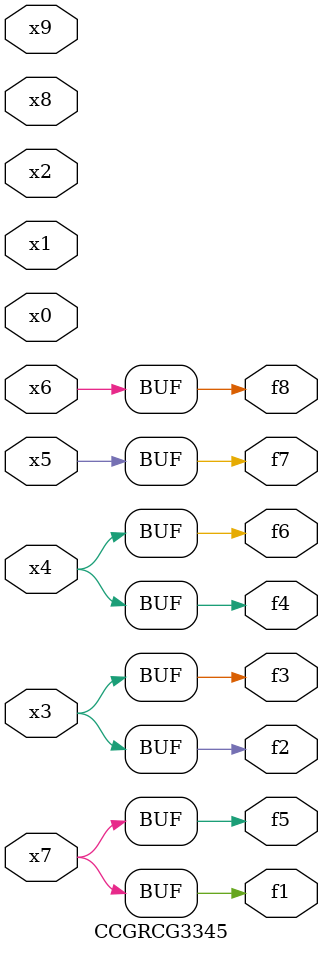
<source format=v>
module CCGRCG3345(
	input x0, x1, x2, x3, x4, x5, x6, x7, x8, x9,
	output f1, f2, f3, f4, f5, f6, f7, f8
);
	assign f1 = x7;
	assign f2 = x3;
	assign f3 = x3;
	assign f4 = x4;
	assign f5 = x7;
	assign f6 = x4;
	assign f7 = x5;
	assign f8 = x6;
endmodule

</source>
